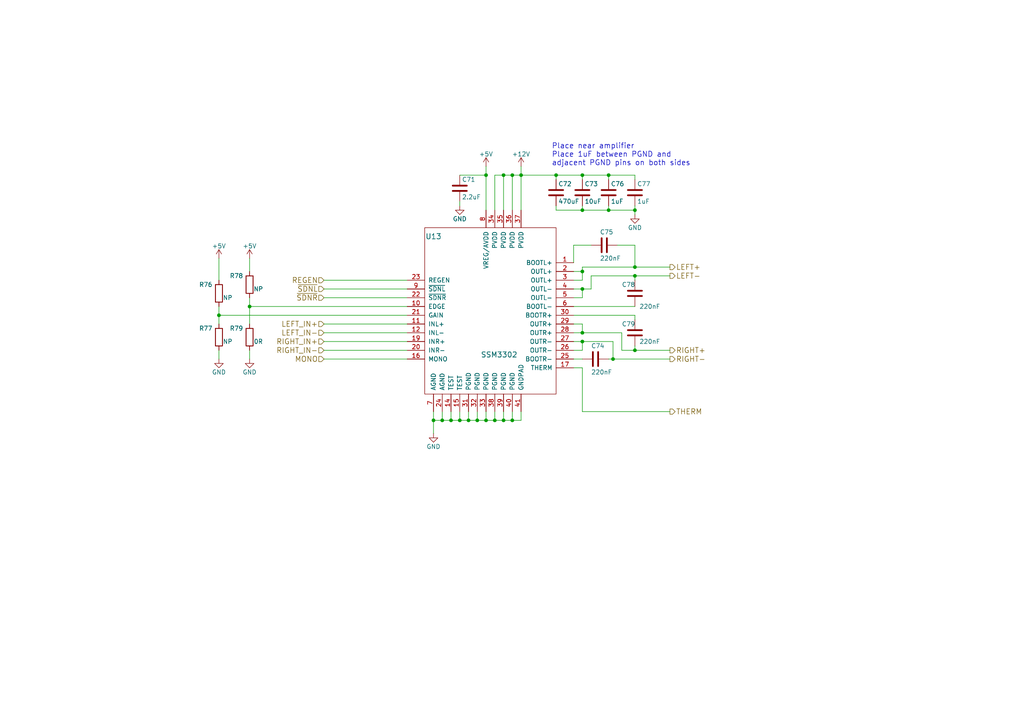
<source format=kicad_sch>
(kicad_sch (version 20211123) (generator eeschema)
  (paper "A4")
  (title_block (title "Amplifier") (date "2016-05-26"))
  (lib_symbols
    (symbol "Device:C" (pin_numbers hide) (pin_names (offset 0.254))
      (property "Reference" "C" (at 0.635 2.54 0))
      (property "Value" "C" (at 0.635 -2.54 0))
      (symbol "C_0_1"
        (polyline (pts (xy -2.032 -0.762) (xy 2.032 -0.762)) (stroke (width 0.508)))
        (polyline (pts (xy -2.032 0.762) (xy 2.032 0.762)) (stroke (width 0.508)))
      )
      (symbol "C_1_1"
        (pin passive line (at 0 3.81 270) (length 2.794) (name "~") (number "1"))
        (pin passive line (at 0 -3.81 90) (length 2.794) (name "~") (number "2"))
      )
    )
    (symbol "Device:R" (pin_numbers hide) (pin_names (offset 0))
      (property "Reference" "R" (at 2.032 0 90))
      (property "Value" "R" (at 0 0 90))
      (symbol "R_0_1"
        (rectangle (start -1.016 -2.54) (end 1.016 2.54) (stroke (width 0.254)))
      )
      (symbol "R_1_1"
        (pin passive line (at 0 3.81 270) (length 1.27) (name "~") (number "1"))
        (pin passive line (at 0 -3.81 90) (length 1.27) (name "~") (number "2"))
      )
    )
    (symbol "Mainboard-rescue:+12V-power" (power) (pin_names (offset 0))
      (property "Value" "+12V-power" (at 0 3.556 0))
      (symbol "+12V-power_0_1"
        (polyline (pts (xy -0.762 1.27) (xy 0 2.54)))
        (polyline (pts (xy 0 0) (xy 0 2.54)))
        (polyline (pts (xy 0 2.54) (xy 0.762 1.27)))
      )
      (symbol "+12V-power_1_1"
        (pin power_in line (at 0 0 90) (length 0) hide (name "+12V") (number "1"))
      )
    )
    (symbol "Mainboard-rescue:+5V-power" (power) (pin_names (offset 0))
      (property "Value" "+5V-power" (at 0 3.556 0))
      (symbol "+5V-power_0_1"
        (polyline (pts (xy -0.762 1.27) (xy 0 2.54)))
        (polyline (pts (xy 0 0) (xy 0 2.54)))
        (polyline (pts (xy 0 2.54) (xy 0.762 1.27)))
      )
      (symbol "+5V-power_1_1"
        (pin power_in line (at 0 0 90) (length 0) hide (name "+5V") (number "1"))
      )
    )
    (symbol "Mainboard-rescue:GND-power" (power) (pin_names (offset 0))
      (property "Value" "GND-power" (at 0 -3.81 0))
      (symbol "GND-power_0_1"
        (polyline (pts (xy 0 0) (xy 0 -1.27) (xy 1.27 -1.27) (xy 0 -2.54) (xy -1.27 -1.27) (xy 0 -1.27)))
      )
      (symbol "GND-power_1_1"
        (pin power_in line (at 0 0 270) (length 0) hide (name "GND") (number "1"))
      )
    )
    (symbol "Mainboard:SSM3302" (pin_names (offset 1.016))
      (property "Reference" "U" (at 7.62 12.7 0))
      (property "Value" "SSM3302" (at 26.67 -21.59 0))
      (symbol "SSM3302_0_1"
        (rectangle (start 5.08 15.24) (end 43.18 -33.02))
      )
      (symbol "SSM3302_1_1"
        (pin passive line (at 48.26 5.08 180) (length 5.08) (name "BOOTL+") (number "1"))
        (pin input line (at 0 -7.62 0) (length 5.08) (name "EDGE") (number "10"))
        (pin input line (at 0 -12.7 0) (length 5.08) (name "INL+") (number "11"))
        (pin input line (at 0 -15.24 0) (length 5.08) (name "INL-") (number "12"))
        (pin no_connect line (at 17.78 20.32 270) (length 5.08) hide (name "NC") (number "13"))
        (pin input line (at 12.7 -38.1 90) (length 5.08) (name "TEST") (number "14"))
        (pin input line (at 15.24 -38.1 90) (length 5.08) (name "TEST") (number "15"))
        (pin input line (at 0 -22.86 0) (length 5.08) (name "MONO") (number "16"))
        (pin output line (at 48.26 -25.4 180) (length 5.08) (name "THERM") (number "17"))
        (pin no_connect line (at 20.32 20.32 270) (length 5.08) hide (name "NC") (number "18"))
        (pin input line (at 0 -17.78 0) (length 5.08) (name "INR+") (number "19"))
        (pin passive line (at 48.26 2.54 180) (length 5.08) (name "OUTL+") (number "2"))
        (pin input line (at 0 -20.32 0) (length 5.08) (name "INR-") (number "20"))
        (pin input line (at 0 -10.16 0) (length 5.08) (name "GAIN") (number "21"))
        (pin input line (at 0 -5.08 0) (length 5.08) (name "~{SDNR}") (number "22"))
        (pin input line (at 0 0 0) (length 5.08) (name "REGEN") (number "23"))
        (pin power_in line (at 10.16 -38.1 90) (length 5.08) (name "AGND") (number "24"))
        (pin passive line (at 48.26 -22.86 180) (length 5.08) (name "BOOTR-") (number "25"))
        (pin passive line (at 48.26 -20.32 180) (length 5.08) (name "OUTR-") (number "26"))
        (pin passive line (at 48.26 -17.78 180) (length 5.08) (name "OUTR-") (number "27"))
        (pin passive line (at 48.26 -15.24 180) (length 5.08) (name "OUTR+") (number "28"))
        (pin passive line (at 48.26 -12.7 180) (length 5.08) (name "OUTR+") (number "29"))
        (pin passive line (at 48.26 0 180) (length 5.08) (name "OUTL+") (number "3"))
        (pin passive line (at 48.26 -10.16 180) (length 5.08) (name "BOOTR+") (number "30"))
        (pin power_in line (at 17.78 -38.1 90) (length 5.08) (name "PGND") (number "31"))
        (pin power_in line (at 20.32 -38.1 90) (length 5.08) (name "PGND") (number "32"))
        (pin power_in line (at 22.86 -38.1 90) (length 5.08) (name "PGND") (number "33"))
        (pin power_in line (at 25.4 20.32 270) (length 5.08) (name "PVDD") (number "34"))
        (pin power_in line (at 27.94 20.32 270) (length 5.08) (name "PVDD") (number "35"))
        (pin power_in line (at 30.48 20.32 270) (length 5.08) (name "PVDD") (number "36"))
        (pin power_in line (at 33.02 20.32 270) (length 5.08) (name "PVDD") (number "37"))
        (pin power_in line (at 25.4 -38.1 90) (length 5.08) (name "PGND") (number "38"))
        (pin power_in line (at 27.94 -38.1 90) (length 5.08) (name "PGND") (number "39"))
        (pin passive line (at 48.26 -2.54 180) (length 5.08) (name "OUTL-") (number "4"))
        (pin power_in line (at 30.48 -38.1 90) (length 5.08) (name "PGND") (number "40"))
        (pin power_in line (at 33.02 -38.1 90) (length 5.08) (name "GNDPAD") (number "41"))
        (pin passive line (at 48.26 -5.08 180) (length 5.08) (name "OUTL-") (number "5"))
        (pin passive line (at 48.26 -7.62 180) (length 5.08) (name "BOOTL-") (number "6"))
        (pin power_in line (at 7.62 -38.1 90) (length 5.08) (name "AGND") (number "7"))
        (pin power_in line (at 22.86 20.32 270) (length 5.08) (name "VREG/AVDD") (number "8"))
        (pin input line (at 0 -2.54 0) (length 5.08) (name "~{SDNL}") (number "9"))
      )
    )
  )
  (junction (at 151.13 50.8))
  (junction (at 168.91 99.06))
  (junction (at 168.91 78.74))
  (junction (at 63.5 91.44))
  (junction (at 176.53 50.8))
  (junction (at 177.8 104.14))
  (junction (at 168.91 96.52))
  (junction (at 138.43 121.92))
  (junction (at 143.51 121.92))
  (junction (at 135.89 121.92))
  (junction (at 140.97 50.8))
  (junction (at 168.91 50.8))
  (junction (at 168.91 60.96))
  (junction (at 168.91 83.82))
  (junction (at 128.27 121.92))
  (junction (at 146.05 50.8))
  (junction (at 176.53 60.96))
  (junction (at 148.59 50.8))
  (junction (at 125.73 121.92))
  (junction (at 146.05 121.92))
  (junction (at 130.81 121.92))
  (junction (at 140.97 121.92))
  (junction (at 72.39 88.9))
  (junction (at 161.29 50.8))
  (junction (at 184.15 77.47))
  (junction (at 133.35 121.92))
  (junction (at 184.15 80.01))
  (junction (at 184.15 101.6))
  (junction (at 184.15 60.96))
  (junction (at 148.59 121.92))
  (wire (pts (xy 184.15 80.01) (xy 194.31 80.01)))
  (wire (pts (xy 128.27 121.92) (xy 130.81 121.92)))
  (wire (pts (xy 176.53 60.96) (xy 184.15 60.96)))
  (wire (pts (xy 130.81 121.92) (xy 133.35 121.92)))
  (wire (pts (xy 63.5 91.44) (xy 63.5 93.98)))
  (wire (pts (xy 72.39 88.9) (xy 72.39 93.98)))
  (wire (pts (xy 184.15 60.96) (xy 184.15 62.23)))
  (wire (pts (xy 143.51 121.92) (xy 146.05 121.92)))
  (wire (pts (xy 166.37 96.52) (xy 168.91 96.52)))
  (wire (pts (xy 148.59 60.96) (xy 148.59 50.8)))
  (wire (pts (xy 146.05 50.8) (xy 148.59 50.8)))
  (wire (pts (xy 151.13 48.26) (xy 151.13 50.8)))
  (wire (pts (xy 93.98 81.28) (xy 118.11 81.28)))
  (wire (pts (xy 72.39 86.36) (xy 72.39 88.9)))
  (wire (pts (xy 184.15 80.01) (xy 184.15 81.28)))
  (wire (pts (xy 143.51 60.96) (xy 143.51 50.8)))
  (wire (pts (xy 184.15 71.12) (xy 184.15 77.47)))
  (wire (pts (xy 118.11 88.9) (xy 72.39 88.9)))
  (wire (pts (xy 140.97 48.26) (xy 140.97 50.8)))
  (wire (pts (xy 72.39 74.93) (xy 72.39 78.74)))
  (wire (pts (xy 93.98 99.06) (xy 118.11 99.06)))
  (wire (pts (xy 93.98 93.98) (xy 118.11 93.98)))
  (wire (pts (xy 118.11 91.44) (xy 63.5 91.44)))
  (wire (pts (xy 166.37 71.12) (xy 171.45 71.12)))
  (wire (pts (xy 148.59 121.92) (xy 151.13 121.92)))
  (wire (pts (xy 63.5 101.6) (xy 63.5 104.14)))
  (wire (pts (xy 166.37 91.44) (xy 184.15 91.44)))
  (wire (pts (xy 125.73 119.38) (xy 125.73 121.92)))
  (wire (pts (xy 130.81 119.38) (xy 130.81 121.92)))
  (wire (pts (xy 138.43 119.38) (xy 138.43 121.92)))
  (wire (pts (xy 138.43 121.92) (xy 140.97 121.92)))
  (wire (pts (xy 93.98 96.52) (xy 118.11 96.52)))
  (wire (pts (xy 171.45 80.01) (xy 184.15 80.01)))
  (wire (pts (xy 180.34 101.6) (xy 184.15 101.6)))
  (wire (pts (xy 168.91 101.6) (xy 166.37 101.6)))
  (wire (pts (xy 151.13 121.92) (xy 151.13 119.38)))
  (wire (pts (xy 161.29 60.96) (xy 168.91 60.96)))
  (wire (pts (xy 140.97 50.8) (xy 133.35 50.8)))
  (wire (pts (xy 151.13 50.8) (xy 151.13 60.96)))
  (wire (pts (xy 179.07 71.12) (xy 184.15 71.12)))
  (wire (pts (xy 166.37 99.06) (xy 168.91 99.06)))
  (wire (pts (xy 168.91 77.47) (xy 184.15 77.47)))
  (wire (pts (xy 177.8 99.06) (xy 177.8 104.14)))
  (wire (pts (xy 140.97 50.8) (xy 140.97 60.96)))
  (wire (pts (xy 135.89 121.92) (xy 138.43 121.92)))
  (wire (pts (xy 146.05 60.96) (xy 146.05 50.8)))
  (wire (pts (xy 128.27 119.38) (xy 128.27 121.92)))
  (wire (pts (xy 176.53 59.69) (xy 176.53 60.96)))
  (wire (pts (xy 168.91 81.28) (xy 166.37 81.28)))
  (wire (pts (xy 125.73 121.92) (xy 125.73 125.73)))
  (wire (pts (xy 161.29 59.69) (xy 161.29 60.96)))
  (wire (pts (xy 125.73 121.92) (xy 128.27 121.92)))
  (wire (pts (xy 177.8 104.14) (xy 194.31 104.14)))
  (wire (pts (xy 168.91 50.8) (xy 168.91 52.07)))
  (wire (pts (xy 148.59 119.38) (xy 148.59 121.92)))
  (wire (pts (xy 184.15 100.33) (xy 184.15 101.6)))
  (wire (pts (xy 133.35 58.42) (xy 133.35 59.69)))
  (wire (pts (xy 140.97 119.38) (xy 140.97 121.92)))
  (wire (pts (xy 168.91 83.82) (xy 171.45 83.82)))
  (wire (pts (xy 166.37 93.98) (xy 168.91 93.98)))
  (wire (pts (xy 184.15 59.69) (xy 184.15 60.96)))
  (wire (pts (xy 143.51 119.38) (xy 143.51 121.92)))
  (wire (pts (xy 184.15 91.44) (xy 184.15 92.71)))
  (wire (pts (xy 143.51 50.8) (xy 146.05 50.8)))
  (wire (pts (xy 133.35 119.38) (xy 133.35 121.92)))
  (wire (pts (xy 133.35 121.92) (xy 135.89 121.92)))
  (wire (pts (xy 93.98 86.36) (xy 118.11 86.36)))
  (wire (pts (xy 168.91 106.68) (xy 168.91 119.38)))
  (wire (pts (xy 146.05 119.38) (xy 146.05 121.92)))
  (wire (pts (xy 176.53 50.8) (xy 184.15 50.8)))
  (wire (pts (xy 168.91 93.98) (xy 168.91 96.52)))
  (wire (pts (xy 63.5 74.93) (xy 63.5 81.28)))
  (wire (pts (xy 140.97 121.92) (xy 143.51 121.92)))
  (wire (pts (xy 180.34 96.52) (xy 180.34 101.6)))
  (wire (pts (xy 72.39 101.6) (xy 72.39 104.14)))
  (wire (pts (xy 166.37 83.82) (xy 168.91 83.82)))
  (wire (pts (xy 151.13 50.8) (xy 161.29 50.8)))
  (wire (pts (xy 168.91 96.52) (xy 180.34 96.52)))
  (wire (pts (xy 166.37 78.74) (xy 168.91 78.74)))
  (wire (pts (xy 184.15 101.6) (xy 194.31 101.6)))
  (wire (pts (xy 184.15 77.47) (xy 194.31 77.47)))
  (wire (pts (xy 168.91 59.69) (xy 168.91 60.96)))
  (wire (pts (xy 168.91 99.06) (xy 177.8 99.06)))
  (wire (pts (xy 176.53 50.8) (xy 176.53 52.07)))
  (wire (pts (xy 168.91 119.38) (xy 194.31 119.38)))
  (wire (pts (xy 93.98 104.14) (xy 118.11 104.14)))
  (wire (pts (xy 168.91 86.36) (xy 166.37 86.36)))
  (wire (pts (xy 161.29 50.8) (xy 161.29 52.07)))
  (wire (pts (xy 168.91 99.06) (xy 168.91 101.6)))
  (wire (pts (xy 166.37 76.2) (xy 166.37 71.12)))
  (wire (pts (xy 176.53 104.14) (xy 177.8 104.14)))
  (wire (pts (xy 166.37 88.9) (xy 184.15 88.9)))
  (wire (pts (xy 168.91 78.74) (xy 168.91 81.28)))
  (wire (pts (xy 168.91 83.82) (xy 168.91 86.36)))
  (wire (pts (xy 166.37 104.14) (xy 168.91 104.14)))
  (wire (pts (xy 168.91 60.96) (xy 176.53 60.96)))
  (wire (pts (xy 168.91 50.8) (xy 176.53 50.8)))
  (wire (pts (xy 168.91 77.47) (xy 168.91 78.74)))
  (wire (pts (xy 148.59 50.8) (xy 151.13 50.8)))
  (wire (pts (xy 93.98 83.82) (xy 118.11 83.82)))
  (wire (pts (xy 135.89 119.38) (xy 135.89 121.92)))
  (wire (pts (xy 63.5 88.9) (xy 63.5 91.44)))
  (wire (pts (xy 161.29 50.8) (xy 168.91 50.8)))
  (wire (pts (xy 171.45 83.82) (xy 171.45 80.01)))
  (wire (pts (xy 93.98 101.6) (xy 118.11 101.6)))
  (wire (pts (xy 184.15 50.8) (xy 184.15 52.07)))
  (wire (pts (xy 166.37 106.68) (xy 168.91 106.68)))
  (wire (pts (xy 146.05 121.92) (xy 148.59 121.92)))
  (text "Place near amplifier\nPlace 1uF between PGND and\nadjacent PGND pins on both sides" (at 160.02 48.26 0) (effects (font (size 1.524 1.524)) (justify left bottom)))
  (hierarchical_label "LEFT-" (shape output) (at 194.31 80.01 0) (effects (font (size 1.524 1.524))))
  (hierarchical_label "~{SDNR}" (shape input) (at 93.98 86.36 180) (effects (font (size 1.524 1.524))))
  (hierarchical_label "RIGHT-" (shape output) (at 194.31 104.14 0) (effects (font (size 1.524 1.524))))
  (hierarchical_label "RIGHT_IN+" (shape input) (at 93.98 99.06 180) (effects (font (size 1.524 1.524))))
  (hierarchical_label "LEFT_IN-" (shape input) (at 93.98 96.52 180) (effects (font (size 1.524 1.524))))
  (hierarchical_label "RIGHT_IN-" (shape input) (at 93.98 101.6 180) (effects (font (size 1.524 1.524))))
  (hierarchical_label "LEFT+" (shape output) (at 194.31 77.47 0) (effects (font (size 1.524 1.524))))
  (hierarchical_label "~{SDNL}" (shape input) (at 93.98 83.82 180) (effects (font (size 1.524 1.524))))
  (hierarchical_label "LEFT_IN+" (shape input) (at 93.98 93.98 180) (effects (font (size 1.524 1.524))))
  (hierarchical_label "THERM" (shape output) (at 194.31 119.38 0) (effects (font (size 1.524 1.524))))
  (hierarchical_label "MONO" (shape input) (at 93.98 104.14 180) (effects (font (size 1.524 1.524))))
  (hierarchical_label "RIGHT+" (shape output) (at 194.31 101.6 0) (effects (font (size 1.524 1.524))))
  (hierarchical_label "REGEN" (shape input) (at 93.98 81.28 180) (effects (font (size 1.524 1.524))))
  (symbol (lib_id "Mainboard:SSM3302") (at 118.11 81.28 0) (unit 1)
    (property "Reference" "U13" (at 125.73 68.58 0) (effects (font (size 1.524 1.524))))
    (property "Value" "SSM3302" (at 144.78 102.87 0) (effects (font (size 1.524 1.524))))
    (property "Footprint" "QFN:QFN_40" (effects hide))
    (property "Manufacturer" "Analog Devices" (effects hide))
    (property "Type" "SSM3302ACPZ" (effects hide))
    (property "Source" "Farnell" (effects hide))
    (property "Order Number" "2099721" (effects hide))
  )
  (symbol (lib_id "Mainboard-rescue:+12V-power") (at 151.13 48.26 0) (unit 1)
    (property "Reference" "#PWR0133" (effects hide))
    (property "Value" "+12V" (at 151.13 44.704 0))
  )
  (symbol (lib_id "Mainboard-rescue:+5V-power") (at 140.97 48.26 0) (unit 1)
    (property "Reference" "#PWR0134" (effects hide))
    (property "Value" "+5V" (at 140.97 44.704 0))
  )
  (symbol (lib_id "Mainboard-rescue:GND-power") (at 125.73 125.73 0) (unit 1)
    (property "Reference" "#PWR0135" (effects hide))
    (property "Value" "GND" (at 125.73 129.54 0))
  )
  (symbol (lib_id "Device:C") (at 175.26 71.12 270) (unit 1)
    (property "Reference" "C75" (at 173.99 67.31 90) (effects (justify left)))
    (property "Value" "220nF" (at 173.99 74.93 90) (effects (justify left)))
    (property "Footprint" "Capacitors_SMD:C_0603_HandSoldering" (effects hide))
  )
  (symbol (lib_id "Device:C") (at 184.15 85.09 0) (unit 1)
    (property "Reference" "C78" (at 180.34 82.55 0) (effects (justify left)))
    (property "Value" "220nF" (at 185.42 88.9 0) (effects (justify left)))
    (property "Footprint" "Capacitors_SMD:C_0603_HandSoldering" (effects hide))
  )
  (symbol (lib_id "Device:C") (at 172.72 104.14 270) (unit 1)
    (property "Reference" "C74" (at 171.45 100.33 90) (effects (justify left)))
    (property "Value" "220nF" (at 171.45 107.95 90) (effects (justify left)))
    (property "Footprint" "Capacitors_SMD:C_0603_HandSoldering" (effects hide))
  )
  (symbol (lib_id "Device:C") (at 184.15 96.52 0) (unit 1)
    (property "Reference" "C79" (at 180.34 93.98 0) (effects (justify left)))
    (property "Value" "220nF" (at 185.42 99.06 0) (effects (justify left)))
    (property "Footprint" "Capacitors_SMD:C_0603_HandSoldering" (effects hide))
  )
  (symbol (lib_id "Device:C") (at 161.29 55.88 0) (unit 1)
    (property "Reference" "C72" (at 161.925 53.34 0) (effects (justify left)))
    (property "Value" "470uF" (at 161.925 58.42 0) (effects (justify left)))
    (property "Footprint" "Capacitors_SMD:c_elec_10x10" (effects hide))
    (property "Manufacturer" "Panasonic" (effects hide))
    (property "Type" "EEEFP1E471AP" (effects hide))
    (property "Source" "Farnell" (effects hide))
    (property "Order Number" "1539511" (effects hide))
  )
  (symbol (lib_id "Device:C") (at 168.91 55.88 0) (unit 1)
    (property "Reference" "C73" (at 169.545 53.34 0) (effects (justify left)))
    (property "Value" "10uF" (at 169.545 58.42 0) (effects (justify left)))
    (property "Footprint" "Capacitors_SMD:C_1206_HandSoldering" (effects hide))
  )
  (symbol (lib_id "Device:C") (at 176.53 55.88 0) (unit 1)
    (property "Reference" "C76" (at 177.165 53.34 0) (effects (justify left)))
    (property "Value" "1uF" (at 177.165 58.42 0) (effects (justify left)))
    (property "Footprint" "Capacitors_SMD:C_0603_HandSoldering" (effects hide))
  )
  (symbol (lib_id "Device:C") (at 184.15 55.88 0) (unit 1)
    (property "Reference" "C77" (at 184.785 53.34 0) (effects (justify left)))
    (property "Value" "1uF" (at 184.785 58.42 0) (effects (justify left)))
    (property "Footprint" "Capacitors_SMD:C_0603_HandSoldering" (effects hide))
  )
  (symbol (lib_id "Mainboard-rescue:GND-power") (at 184.15 62.23 0) (unit 1)
    (property "Reference" "#PWR0136" (effects hide))
    (property "Value" "GND" (at 184.15 66.04 0))
  )
  (symbol (lib_id "Device:C") (at 133.35 54.61 0) (unit 1)
    (property "Reference" "C71" (at 133.985 52.07 0) (effects (justify left)))
    (property "Value" "2.2uF" (at 133.985 57.15 0) (effects (justify left)))
    (property "Footprint" "Capacitors_SMD:C_0603_HandSoldering" (effects hide))
  )
  (symbol (lib_id "Mainboard-rescue:GND-power") (at 133.35 59.69 0) (unit 1)
    (property "Reference" "#PWR0137" (effects hide))
    (property "Value" "GND" (at 133.35 63.5 0))
  )
  (symbol (lib_id "Device:R") (at 63.5 85.09 0) (unit 1)
    (property "Reference" "R76" (at 59.69 82.55 0))
    (property "Value" "NP" (at 66.04 86.36 0))
    (property "Footprint" "Resistors_SMD:R_0603_HandSoldering" (effects hide))
    (property "Manufacturer" "Value" (effects hide))
    (property "Type" "Value" (effects hide))
    (property "Source" "Farnell" (effects hide))
    (property "Order Number" "Value" (effects hide))
  )
  (symbol (lib_id "Device:R") (at 63.5 97.79 0) (unit 1)
    (property "Reference" "R77" (at 59.69 95.25 0))
    (property "Value" "NP" (at 66.04 99.06 0))
    (property "Footprint" "Resistors_SMD:R_0603_HandSoldering" (effects hide))
    (property "Manufacturer" "Value" (effects hide))
    (property "Type" "Value" (effects hide))
    (property "Source" "Farnell" (effects hide))
    (property "Order Number" "Value" (effects hide))
  )
  (symbol (lib_id "Mainboard-rescue:GND-power") (at 63.5 104.14 0) (unit 1)
    (property "Reference" "#PWR0138" (effects hide))
    (property "Value" "GND" (at 63.5 107.95 0))
  )
  (symbol (lib_id "Mainboard-rescue:+5V-power") (at 63.5 74.93 0) (unit 1)
    (property "Reference" "#PWR0139" (effects hide))
    (property "Value" "+5V" (at 63.5 71.374 0))
  )
  (symbol (lib_id "Device:R") (at 72.39 82.55 0) (unit 1)
    (property "Reference" "R78" (at 68.58 80.01 0))
    (property "Value" "NP" (at 74.93 83.82 0))
    (property "Footprint" "Resistors_SMD:R_0603_HandSoldering" (effects hide))
    (property "Manufacturer" "Value" (effects hide))
    (property "Type" "Value" (effects hide))
    (property "Source" "Farnell" (effects hide))
    (property "Order Number" "Value" (effects hide))
  )
  (symbol (lib_id "Device:R") (at 72.39 97.79 0) (unit 1)
    (property "Reference" "R79" (at 68.58 95.25 0))
    (property "Value" "0R" (at 74.93 99.06 0))
    (property "Footprint" "Resistors_SMD:R_0603_HandSoldering" (effects hide))
  )
  (symbol (lib_id "Mainboard-rescue:+5V-power") (at 72.39 74.93 0) (unit 1)
    (property "Reference" "#PWR0140" (effects hide))
    (property "Value" "+5V" (at 72.39 71.374 0))
  )
  (symbol (lib_id "Mainboard-rescue:GND-power") (at 72.39 104.14 0) (unit 1)
    (property "Reference" "#PWR0141" (effects hide))
    (property "Value" "GND" (at 72.39 107.95 0))
  )
)
</source>
